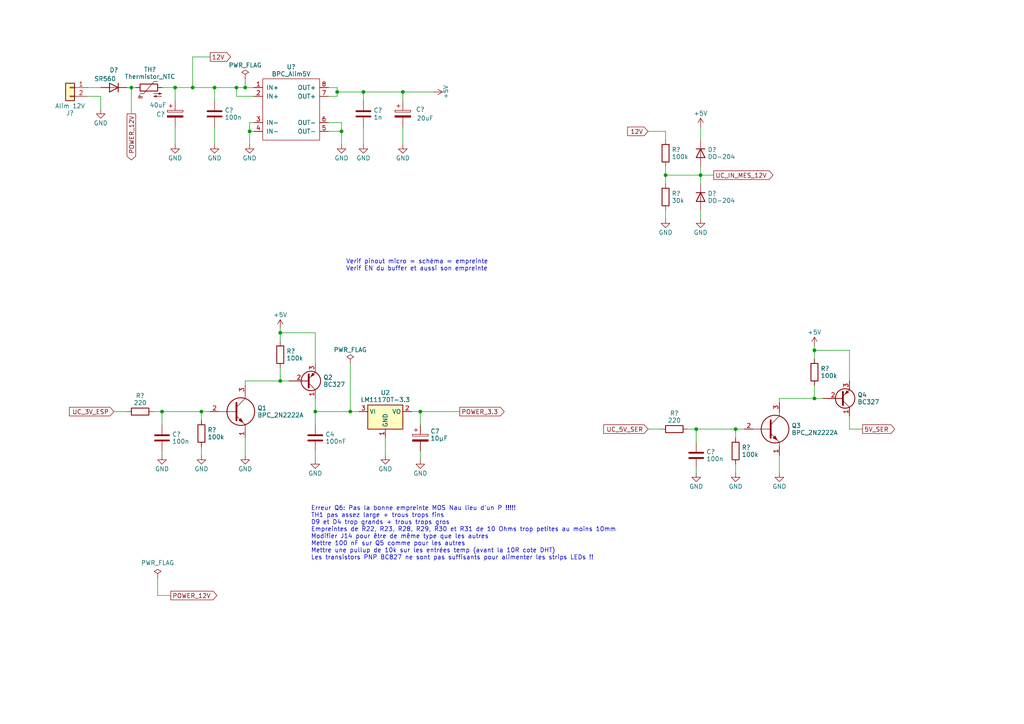
<source format=kicad_sch>
(kicad_sch (version 20230121) (generator eeschema)
  (paper "A4")
  (title_block (title "Cabane à Minou") (date "2024-11-27") (rev "Rev C0") (company "BPC") (comment 1 "2 capteurs de température / 4 entrées détecteur de mouvement") (comment 2 "Wifi / Luminosité / RTC / Bluetooth / Lcd") (comment 3 "4 sorties Strip LEDs (Avec Alim. 5V pilotable)") (comment 4 "Alimentation 12V / 1 sortie 12V commutable"))
  (lib_symbols
    (symbol "Connector_Generic:Conn_01x02" (pin_names (offset 1.016) hide)
      (property "Reference" "J" (at 0 2.54 0))
      (property "Value" "Conn_01x02" (at 0 -5.08 0))
      (symbol "Conn_01x02_1_1"
        (rectangle (start -1.27 -2.413) (end 0 -2.667) (stroke (width 0.1524)))
        (rectangle (start -1.27 0.127) (end 0 -0.127) (stroke (width 0.1524)))
        (rectangle (start -1.27 1.27) (end 1.27 -3.81) (stroke (width 0.254)) (fill (type background)))
        (pin passive line (at -5.08 0 0) (length 3.81) (name "Pin_1") (number "1"))
        (pin passive line (at -5.08 -2.54 0) (length 3.81) (name "Pin_2") (number "2"))
      )
    )
    (symbol "Device:C" (pin_numbers hide) (pin_names (offset 0.254))
      (property "Reference" "C" (at 0.635 2.54 0))
      (property "Value" "C" (at 0.635 -2.54 0))
      (symbol "C_0_1"
        (polyline (pts (xy -2.032 -0.762) (xy 2.032 -0.762)) (stroke (width 0.508)))
        (polyline (pts (xy -2.032 0.762) (xy 2.032 0.762)) (stroke (width 0.508)))
      )
      (symbol "C_1_1"
        (pin passive line (at 0 3.81 270) (length 2.794) (name "~") (number "1"))
        (pin passive line (at 0 -3.81 90) (length 2.794) (name "~") (number "2"))
      )
    )
    (symbol "Device:C_Polarized" (pin_numbers hide) (pin_names (offset 0.254))
      (property "Reference" "C" (at 0.635 2.54 0))
      (property "Value" "C_Polarized" (at 0.635 -2.54 0))
      (symbol "C_Polarized_0_1"
        (rectangle (start -2.286 0.508) (end 2.286 1.016))
        (polyline (pts (xy -1.778 2.286) (xy -0.762 2.286)))
        (polyline (pts (xy -1.27 2.794) (xy -1.27 1.778)))
        (rectangle (start 2.286 -0.508) (end -2.286 -1.016) (fill (type outline)))
      )
      (symbol "C_Polarized_1_1"
        (pin passive line (at 0 3.81 270) (length 2.794) (name "~") (number "1"))
        (pin passive line (at 0 -3.81 90) (length 2.794) (name "~") (number "2"))
      )
    )
    (symbol "Device:D" (pin_numbers hide) (pin_names (offset 1.016) hide)
      (property "Reference" "D" (at 0 2.54 0))
      (property "Value" "D" (at 0 -2.54 0))
      (symbol "D_0_1"
        (polyline (pts (xy -1.27 1.27) (xy -1.27 -1.27)) (stroke (width 0.254)))
        (polyline (pts (xy 1.27 0) (xy -1.27 0)))
        (polyline (pts (xy 1.27 1.27) (xy 1.27 -1.27) (xy -1.27 0) (xy 1.27 1.27)) (stroke (width 0.254)))
      )
      (symbol "D_1_1"
        (pin passive line (at -3.81 0 0) (length 2.54) (name "K") (number "1"))
        (pin passive line (at 3.81 0 180) (length 2.54) (name "A") (number "2"))
      )
    )
    (symbol "Device:R" (pin_numbers hide) (pin_names (offset 0))
      (property "Reference" "R" (at 2.032 0 90))
      (property "Value" "R" (at 0 0 90))
      (symbol "R_0_1"
        (rectangle (start -1.016 -2.54) (end 1.016 2.54) (stroke (width 0.254)))
      )
      (symbol "R_1_1"
        (pin passive line (at 0 3.81 270) (length 1.27) (name "~") (number "1"))
        (pin passive line (at 0 -3.81 90) (length 1.27) (name "~") (number "2"))
      )
    )
    (symbol "Device:Thermistor_NTC" (pin_numbers hide) (pin_names (offset 0))
      (property "Reference" "TH" (at -4.445 0 90))
      (property "Value" "Thermistor_NTC" (at 3.175 0 90))
      (symbol "Thermistor_NTC_0_1"
        (arc (start -3.048 2.159) (mid -3.0495 2.3143) (end -3.175 2.413))
        (arc (start -3.048 2.159) (mid -2.9736 1.9794) (end -2.794 1.905))
        (arc (start -3.048 2.794) (mid -2.9736 2.6144) (end -2.794 2.54))
        (arc (start -2.794 1.905) (mid -2.6144 1.9794) (end -2.54 2.159))
        (arc (start -2.794 2.54) (mid -2.4393 2.5587) (end -2.159 2.794))
        (arc (start -2.794 3.048) (mid -2.9736 2.9736) (end -3.048 2.794))
        (arc (start -2.54 2.794) (mid -2.6144 2.9736) (end -2.794 3.048))
        (rectangle (start -1.016 2.54) (end 1.016 -2.54) (stroke (width 0.254)))
        (polyline (pts (xy -2.54 2.159) (xy -2.54 2.794)))
        (polyline (pts (xy -1.778 2.54) (xy -1.778 1.524) (xy 1.778 -1.524) (xy 1.778 -2.54)))
        (polyline (pts (xy -2.54 -3.683) (xy -2.54 -1.397) (xy -2.794 -2.159) (xy -2.286 -2.159) (xy -2.54 -1.397) (xy -2.54 -1.651)) (fill (type outline)))
        (polyline (pts (xy -1.778 -1.397) (xy -1.778 -3.683) (xy -2.032 -2.921) (xy -1.524 -2.921) (xy -1.778 -3.683) (xy -1.778 -3.429)) (fill (type outline)))
      )
      (symbol "Thermistor_NTC_1_1"
        (pin passive line (at 0 3.81 270) (length 1.27) (name "~") (number "1"))
        (pin passive line (at 0 -3.81 90) (length 1.27) (name "~") (number "2"))
      )
    )
    (symbol "Regulator_Linear:LM1117DT-3.3"
      (property "Reference" "U" (at -3.81 3.175 0))
      (property "Value" "LM1117DT-3.3" (at 0 3.175 0))
      (symbol "LM1117DT-3.3_0_1"
        (rectangle (start -5.08 -5.08) (end 5.08 1.905) (stroke (width 0.254)) (fill (type background)))
      )
      (symbol "LM1117DT-3.3_1_1"
        (pin power_in line (at 0 -7.62 90) (length 2.54) (name "GND") (number "1"))
        (pin power_out line (at 7.62 0 180) (length 2.54) (name "VO") (number "2"))
        (pin power_in line (at -7.62 0 0) (length 2.54) (name "VI") (number "3"))
      )
    )
    (symbol "Transistor_BJT:BC327" (pin_names (offset 0) hide)
      (property "Reference" "Q" (at 5.08 1.905 0))
      (property "Value" "BC327" (at 5.08 0 0))
      (symbol "BC327_0_1"
        (polyline (pts (xy 0.635 0.635) (xy 2.54 2.54)))
        (polyline (pts (xy 0.635 -0.635) (xy 2.54 -2.54) (xy 2.54 -2.54)))
        (polyline (pts (xy 0.635 1.905) (xy 0.635 -1.905) (xy 0.635 -1.905)) (stroke (width 0.508)))
        (polyline (pts (xy 2.286 -1.778) (xy 1.778 -2.286) (xy 1.27 -1.27) (xy 2.286 -1.778) (xy 2.286 -1.778)) (fill (type outline)))
        (circle (center 1.27 0) (radius 2.8194) (stroke (width 0.254)))
      )
      (symbol "BC327_1_1"
        (pin passive line (at 2.54 5.08 270) (length 2.54) (name "C") (number "1"))
        (pin input line (at -5.08 0 0) (length 5.715) (name "B") (number "2"))
        (pin passive line (at 2.54 -5.08 90) (length 2.54) (name "E") (number "3"))
      )
    )
    (symbol "bpc:BPC_2N2222A" (pin_names (offset 0.762))
      (property "Reference" "Q" (at 13.97 1.27 0))
      (property "Value" "BPC_2N2222A" (at 13.97 -1.27 0))
      (symbol "BPC_2N2222A_0_0"
        (pin passive line (at 10.16 -7.62 90) (length 2.54) (name "~") (number "1"))
        (pin passive line (at 0 0 0) (length 2.54) (name "~") (number "2"))
        (pin passive line (at 10.16 7.62 270) (length 2.54) (name "~") (number "3"))
      )
      (symbol "BPC_2N2222A_0_1"
        (polyline (pts (xy 2.54 0) (xy 7.62 0)) (stroke (width 0.1524)))
        (polyline (pts (xy 7.62 -1.27) (xy 10.16 -3.81)) (stroke (width 0.1524)))
        (polyline (pts (xy 7.62 1.27) (xy 10.16 3.81)) (stroke (width 0.1524)))
        (polyline (pts (xy 7.62 2.54) (xy 7.62 -2.54)) (stroke (width 0.508)))
        (polyline (pts (xy 10.16 -3.81) (xy 10.16 -5.08)) (stroke (width 0.1524)))
        (polyline (pts (xy 10.16 3.81) (xy 10.16 5.08)) (stroke (width 0.1524)))
        (polyline (pts (xy 8.382 -2.54) (xy 8.89 -2.032) (xy 9.398 -3.048) (xy 8.382 -2.54)) (stroke (width 0.254)) (fill (type outline)))
        (circle (center 8.89 0) (radius 4.0132) (stroke (width 0.254)))
      )
    )
    (symbol "bpc:BPC_Alim5V" (pin_names (offset 1.016))
      (property "Reference" "U" (at 6.35 6.35 0))
      (property "Value" "BPC_Alim5V" (at 11.43 3.81 0))
      (symbol "BPC_Alim5V_0_1"
        (rectangle (start 0 2.54) (end 16.51 -15.24))
      )
      (symbol "BPC_Alim5V_1_1"
        (pin power_in line (at -2.54 0 0) (length 2.54) (name "IN+") (number "1"))
        (pin power_in line (at -2.54 -2.54 0) (length 2.54) (name "IN+") (number "2"))
        (pin power_in line (at -2.54 -10.16 0) (length 2.54) (name "IN-") (number "3"))
        (pin power_in line (at -2.54 -12.7 0) (length 2.54) (name "IN-") (number "4"))
        (pin power_out line (at 19.05 -12.7 180) (length 2.54) (name "OUT-") (number "5"))
        (pin passive line (at 19.05 -10.16 180) (length 2.54) (name "OUT-") (number "6"))
        (pin passive line (at 19.05 -2.54 180) (length 2.54) (name "OUT+") (number "7"))
        (pin power_out line (at 19.05 0 180) (length 2.54) (name "OUT+") (number "8"))
      )
    )
    (symbol "power:+5V" (power) (pin_names (offset 0))
      (property "Value" "+5V" (at 0 3.556 0))
      (symbol "+5V_0_1"
        (polyline (pts (xy -0.762 1.27) (xy 0 2.54)))
        (polyline (pts (xy 0 0) (xy 0 2.54)))
        (polyline (pts (xy 0 2.54) (xy 0.762 1.27)))
      )
      (symbol "+5V_1_1"
        (pin power_in line (at 0 0 90) (length 0) hide (name "+5V") (number "1"))
      )
    )
    (symbol "power:GND" (power) (pin_names (offset 0))
      (property "Value" "GND" (at 0 -3.81 0))
      (symbol "GND_0_1"
        (polyline (pts (xy 0 0) (xy 0 -1.27) (xy 1.27 -1.27) (xy 0 -2.54) (xy -1.27 -1.27) (xy 0 -1.27)))
      )
      (symbol "GND_1_1"
        (pin power_in line (at 0 0 270) (length 0) hide (name "GND") (number "1"))
      )
    )
    (symbol "power:PWR_FLAG" (power) (pin_numbers hide) (pin_names (offset 0) hide)
      (property "Value" "PWR_FLAG" (at 0 3.81 0))
      (symbol "PWR_FLAG_0_0"
        (pin power_out line (at 0 0 90) (length 0) (name "pwr") (number "1"))
      )
      (symbol "PWR_FLAG_0_1"
        (polyline (pts (xy 0 0) (xy 0 1.27) (xy -1.016 1.905) (xy 0 2.54) (xy 1.016 1.905) (xy 0 1.27)))
      )
    )
  )
  (junction (at 193.04 50.8))
  (junction (at 236.22 115.57))
  (junction (at 236.22 101.6))
  (junction (at 81.28 96.52))
  (junction (at 101.6 119.38))
  (junction (at 55.88 25.4))
  (junction (at 91.44 119.38))
  (junction (at 38.1 25.4))
  (junction (at 72.39 38.1))
  (junction (at 81.28 110.49))
  (junction (at 116.84 26.67))
  (junction (at 99.06 38.1))
  (junction (at 213.36 124.46))
  (junction (at 50.8 25.4))
  (junction (at 71.12 25.4))
  (junction (at 62.23 25.4))
  (junction (at 58.42 119.38))
  (junction (at 203.2 50.8))
  (junction (at 121.92 119.38))
  (junction (at 46.99 119.38))
  (junction (at 105.41 26.67))
  (junction (at 201.93 124.46))
  (junction (at 68.58 25.4))
  (junction (at 97.79 26.67))
  (wire (pts (xy 105.41 36.83) (xy 105.41 41.91)))
  (wire (pts (xy 97.79 25.4) (xy 97.79 26.67)))
  (wire (pts (xy 58.42 119.38) (xy 58.42 121.92)))
  (wire (pts (xy 45.72 167.64) (xy 45.72 172.72)))
  (wire (pts (xy 213.36 134.62) (xy 213.36 137.16)))
  (wire (pts (xy 68.58 25.4) (xy 71.12 25.4)))
  (wire (pts (xy 55.88 25.4) (xy 62.23 25.4)))
  (wire (pts (xy 213.36 124.46) (xy 215.9 124.46)))
  (wire (pts (xy 55.88 16.51) (xy 55.88 25.4)))
  (wire (pts (xy 95.25 25.4) (xy 97.79 25.4)))
  (wire (pts (xy 71.12 111.76) (xy 71.12 110.49)))
  (wire (pts (xy 25.4 27.94) (xy 29.21 27.94)))
  (wire (pts (xy 46.99 25.4) (xy 50.8 25.4)))
  (wire (pts (xy 246.38 101.6) (xy 246.38 110.49)))
  (wire (pts (xy 250.19 124.46) (xy 246.38 124.46)))
  (wire (pts (xy 46.99 130.81) (xy 46.99 132.08)))
  (wire (pts (xy 91.44 119.38) (xy 91.44 115.57)))
  (wire (pts (xy 25.4 25.4) (xy 29.21 25.4)))
  (wire (pts (xy 50.8 25.4) (xy 50.8 29.21)))
  (wire (pts (xy 71.12 127) (xy 71.12 132.08)))
  (wire (pts (xy 38.1 25.4) (xy 39.37 25.4)))
  (wire (pts (xy 203.2 36.83) (xy 203.2 40.64)))
  (wire (pts (xy 62.23 36.83) (xy 62.23 41.91)))
  (wire (pts (xy 58.42 119.38) (xy 60.96 119.38)))
  (wire (pts (xy 71.12 110.49) (xy 81.28 110.49)))
  (wire (pts (xy 60.96 16.51) (xy 55.88 16.51)))
  (wire (pts (xy 38.1 25.4) (xy 38.1 33.02)))
  (wire (pts (xy 226.06 115.57) (xy 236.22 115.57)))
  (wire (pts (xy 119.38 119.38) (xy 121.92 119.38)))
  (wire (pts (xy 81.28 95.25) (xy 81.28 96.52)))
  (wire (pts (xy 99.06 35.56) (xy 95.25 35.56)))
  (wire (pts (xy 236.22 101.6) (xy 246.38 101.6)))
  (wire (pts (xy 68.58 27.94) (xy 68.58 25.4)))
  (wire (pts (xy 111.76 127) (xy 111.76 132.08)))
  (wire (pts (xy 83.82 110.49) (xy 81.28 110.49)))
  (wire (pts (xy 72.39 35.56) (xy 72.39 38.1)))
  (wire (pts (xy 226.06 116.84) (xy 226.06 115.57)))
  (wire (pts (xy 201.93 124.46) (xy 213.36 124.46)))
  (wire (pts (xy 201.93 124.46) (xy 201.93 128.27)))
  (wire (pts (xy 203.2 60.96) (xy 203.2 63.5)))
  (wire (pts (xy 199.39 124.46) (xy 201.93 124.46)))
  (wire (pts (xy 193.04 48.26) (xy 193.04 50.8)))
  (wire (pts (xy 213.36 124.46) (xy 213.36 127)))
  (wire (pts (xy 193.04 38.1) (xy 193.04 40.64)))
  (wire (pts (xy 72.39 38.1) (xy 72.39 41.91)))
  (wire (pts (xy 193.04 60.96) (xy 193.04 63.5)))
  (wire (pts (xy 81.28 110.49) (xy 81.28 106.68)))
  (wire (pts (xy 46.99 119.38) (xy 58.42 119.38)))
  (wire (pts (xy 44.45 119.38) (xy 46.99 119.38)))
  (wire (pts (xy 121.92 119.38) (xy 133.35 119.38)))
  (wire (pts (xy 203.2 48.26) (xy 203.2 50.8)))
  (wire (pts (xy 36.83 25.4) (xy 38.1 25.4)))
  (wire (pts (xy 121.92 130.81) (xy 121.92 133.35)))
  (wire (pts (xy 203.2 50.8) (xy 207.01 50.8)))
  (wire (pts (xy 71.12 22.86) (xy 71.12 25.4)))
  (wire (pts (xy 226.06 132.08) (xy 226.06 137.16)))
  (wire (pts (xy 236.22 115.57) (xy 236.22 111.76)))
  (wire (pts (xy 91.44 96.52) (xy 91.44 105.41)))
  (wire (pts (xy 99.06 41.91) (xy 99.06 38.1)))
  (wire (pts (xy 46.99 119.38) (xy 46.99 123.19)))
  (wire (pts (xy 58.42 129.54) (xy 58.42 132.08)))
  (wire (pts (xy 71.12 25.4) (xy 73.66 25.4)))
  (wire (pts (xy 105.41 26.67) (xy 105.41 29.21)))
  (wire (pts (xy 121.92 119.38) (xy 121.92 123.19)))
  (wire (pts (xy 81.28 96.52) (xy 81.28 99.06)))
  (wire (pts (xy 97.79 26.67) (xy 105.41 26.67)))
  (wire (pts (xy 105.41 26.67) (xy 116.84 26.67)))
  (wire (pts (xy 91.44 119.38) (xy 91.44 123.19)))
  (wire (pts (xy 50.8 25.4) (xy 55.88 25.4)))
  (wire (pts (xy 101.6 105.41) (xy 101.6 119.38)))
  (wire (pts (xy 116.84 36.83) (xy 116.84 41.91)))
  (wire (pts (xy 45.72 172.72) (xy 49.53 172.72)))
  (wire (pts (xy 201.93 135.89) (xy 201.93 137.16)))
  (wire (pts (xy 81.28 96.52) (xy 91.44 96.52)))
  (wire (pts (xy 187.96 38.1) (xy 193.04 38.1)))
  (wire (pts (xy 95.25 38.1) (xy 99.06 38.1)))
  (wire (pts (xy 29.21 27.94) (xy 29.21 31.75)))
  (wire (pts (xy 97.79 27.94) (xy 95.25 27.94)))
  (wire (pts (xy 236.22 101.6) (xy 236.22 104.14)))
  (wire (pts (xy 62.23 25.4) (xy 62.23 29.21)))
  (wire (pts (xy 72.39 38.1) (xy 73.66 38.1)))
  (wire (pts (xy 73.66 35.56) (xy 72.39 35.56)))
  (wire (pts (xy 62.23 25.4) (xy 68.58 25.4)))
  (wire (pts (xy 99.06 38.1) (xy 99.06 35.56)))
  (wire (pts (xy 246.38 124.46) (xy 246.38 120.65)))
  (wire (pts (xy 203.2 50.8) (xy 203.2 53.34)))
  (wire (pts (xy 101.6 119.38) (xy 104.14 119.38)))
  (wire (pts (xy 238.76 115.57) (xy 236.22 115.57)))
  (wire (pts (xy 193.04 50.8) (xy 193.04 53.34)))
  (wire (pts (xy 97.79 26.67) (xy 97.79 27.94)))
  (wire (pts (xy 50.8 36.83) (xy 50.8 41.91)))
  (wire (pts (xy 116.84 26.67) (xy 125.73 26.67)))
  (wire (pts (xy 91.44 119.38) (xy 101.6 119.38)))
  (wire (pts (xy 73.66 27.94) (xy 68.58 27.94)))
  (wire (pts (xy 187.96 124.46) (xy 191.77 124.46)))
  (wire (pts (xy 33.02 119.38) (xy 36.83 119.38)))
  (wire (pts (xy 193.04 50.8) (xy 203.2 50.8)))
  (wire (pts (xy 236.22 100.33) (xy 236.22 101.6)))
  (wire (pts (xy 116.84 26.67) (xy 116.84 29.21)))
  (wire (pts (xy 91.44 130.81) (xy 91.44 133.35)))
  (text "Erreur Q6: Pas la bonne empreinte MOS Nau lieu d'un P !!!!!\nTH1 pas assez large + trous trops fins\nD9 et D4 trop grands + trous trops gros\nEmpreintes de R22, R23, R28, R29, R30 et R31 de 10 Ohms trop petites au moins 10mm \nModifier J14 pour être de même type que les autres\nMettre 100 nF sur Q5 comme pour les autres\nMettre une pullup de 10k sur les entrées temp (avant la 10R cote DHT)\nLes transistors PNP BC827 ne sont pas suffisants pour alimenter les strips LEDs !!\n" (at 90.17 162.56 0) (effects (font (size 1.27 1.27)) (justify left bottom)))
  (text "Verif pinout micro = schéma = empreinte\nVerif EN du buffer et aussi son empreinte" (at 100.33 78.74 0) (effects (font (size 1.27 1.27)) (justify left bottom)))
  (global_label "POWER_12V" (shape output) (at 38.1 33.02 270) (property "Intersheetrefs" "${INTERSHEET_REFS}" (effects hide)))
  (global_label "12V" (shape output) (at 60.96 16.51 0) (property "Intersheetrefs" "${INTERSHEET_REFS}" (effects hide)))
  (global_label "POWER_3.3" (shape output) (at 133.35 119.38 0) (property "Intersheetrefs" "${INTERSHEET_REFS}" (effects hide)))
  (global_label "12V" (shape input) (at 187.96 38.1 180) (property "Intersheetrefs" "${INTERSHEET_REFS}" (effects hide)))
  (global_label "POWER_12V" (shape output) (at 49.53 172.72 0) (property "Intersheetrefs" "${INTERSHEET_REFS}" (effects hide)))
  (global_label "5V_SER" (shape output) (at 250.19 124.46 0) (property "Intersheetrefs" "${INTERSHEET_REFS}" (effects hide)))
  (global_label "UC_IN_MES_12V" (shape output) (at 207.01 50.8 0) (property "Intersheetrefs" "${INTERSHEET_REFS}" (effects hide)))
  (global_label "UC_3V_ESP" (shape input) (at 33.02 119.38 180) (property "Intersheetrefs" "${INTERSHEET_REFS}" (effects hide)))
  (global_label "UC_5V_SER" (shape input) (at 187.96 124.46 180) (property "Intersheetrefs" "${INTERSHEET_REFS}" (effects hide)))
  (symbol (lib_id "power:+5V") (at 125.73 26.67 270) (unit 1)
    (property "Reference" "#PWR?" (effects hide))
    (property "Value" "+5V" (at 129.286 26.67 0))
    (instances (project "cabane_minou" (path "" (reference "#PWR?") (unit 1)) (path "" (reference "#PWR?") (unit 1)) (path "" (reference "#PWR015") (unit 1))))
  )
  (symbol (lib_id "power:GND") (at 193.04 63.5 0) (unit 1)
    (property "Reference" "#PWR?" (effects hide))
    (property "Value" "GND" (at 193.04 67.445 0))
    (instances (project "cabane_minou" (path "" (reference "#PWR?") (unit 1)) (path "" (reference "#PWR?") (unit 1)) (path "" (reference "#PWR016") (unit 1))))
  )
  (symbol (lib_id "Device:C") (at 91.44 127 0) (unit 1)
    (property "Reference" "C4" (at 94.361 125.976 0) (effects (justify left)))
    (property "Value" "100nF" (at 94.361 128.024 0) (effects (justify left)))
    (property "Footprint" "Capacitor_THT:C_Disc_D5.0mm_W2.5mm_P2.50mm" (effects hide))
    (instances (project "cabane_minou" (path "" (reference "C4") (unit 1))) (project "board_rs485_master" (path "" (reference "C?") (unit 1))))
  )
  (symbol (lib_id "Device:C") (at 105.41 33.02 0) (unit 1)
    (property "Reference" "C?" (at 108.331 31.996 0) (effects (justify left)))
    (property "Value" "1n" (at 108.331 34.044 0) (effects (justify left)))
    (property "Footprint" "Capacitor_THT:C_Disc_D5.0mm_W2.5mm_P2.50mm" (effects hide))
    (instances (project "cabane_minou" (path "" (reference "C?") (unit 1)) (path "" (reference "C?") (unit 1)) (path "" (reference "C5") (unit 1))))
  )
  (symbol (lib_id "Transistor_BJT:BC327") (at 243.84 115.57 0) (mirror x) (unit 1)
    (property "Reference" "Q4" (at 248.6914 114.546 0) (effects (justify left)))
    (property "Value" "BC327" (at 248.6914 116.594 0) (effects (justify left)))
    (property "Footprint" "Package_TO_SOT_THT:TO-92_Inline" (effects hide))
    (property "Datasheet" "http://www.onsemi.com/pub_link/Collateral/BC327-D.PDF" (effects hide))
  )
  (symbol (lib_id "power:+5V") (at 236.22 100.33 0) (unit 1)
    (property "Reference" "#PWR?" (effects hide))
    (property "Value" "+5V" (at 236.22 96.385 0))
    (instances (project "cabane_minou" (path "" (reference "#PWR?") (unit 1)) (path "" (reference "#PWR?") (unit 1)) (path "" (reference "#PWR022") (unit 1))))
  )
  (symbol (lib_id "power:GND") (at 201.93 137.16 0) (unit 1)
    (property "Reference" "#PWR?" (effects hide))
    (property "Value" "GND" (at 201.93 141.105 0))
    (instances (project "cabane_minou" (path "" (reference "#PWR?") (unit 1)) (path "" (reference "#PWR?") (unit 1)) (path "" (reference "#PWR017") (unit 1))))
  )
  (symbol (lib_id "power:PWR_FLAG") (at 101.6 105.41 0) (unit 1)
    (property "Reference" "#FLG02" (effects hide))
    (property "Value" "PWR_FLAG" (at 101.6 101.465 0))
  )
  (symbol (lib_id "power:PWR_FLAG") (at 71.12 22.86 0) (unit 1)
    (property "Reference" "#FLG04" (effects hide))
    (property "Value" "PWR_FLAG" (at 71.12 18.915 0))
  )
  (symbol (lib_id "Device:R") (at 236.22 107.95 0) (unit 1)
    (property "Reference" "R?" (at 237.998 106.926 0) (effects (justify left)))
    (property "Value" "100k" (at 237.998 108.974 0) (effects (justify left)))
    (property "Footprint" "Resistor_THT:R_Axial_DIN0204_L3.6mm_D1.6mm_P7.62mm_Horizontal" (effects hide))
    (instances (project "cabane_minou" (path "" (reference "R?") (unit 1)) (path "" (reference "R?") (unit 1)) (path "" (reference "R8") (unit 1))))
  )
  (symbol (lib_id "Device:R") (at 195.58 124.46 90) (unit 1)
    (property "Reference" "R?" (at 195.58 119.864 90))
    (property "Value" "220" (at 195.58 121.912 90))
    (property "Footprint" "Resistor_THT:R_Axial_DIN0204_L3.6mm_D1.6mm_P7.62mm_Horizontal" (effects hide))
    (instances (project "cabane_minou" (path "" (reference "R?") (unit 1)) (path "" (reference "R?") (unit 1)) (path "" (reference "R6") (unit 1))))
  )
  (symbol (lib_id "Device:R") (at 58.42 125.73 0) (unit 1)
    (property "Reference" "R?" (at 60.198 124.706 0) (effects (justify left)))
    (property "Value" "100k" (at 60.198 126.754 0) (effects (justify left)))
    (property "Footprint" "Resistor_THT:R_Axial_DIN0204_L3.6mm_D1.6mm_P7.62mm_Horizontal" (effects hide))
    (instances (project "cabane_minou" (path "" (reference "R?") (unit 1)) (path "" (reference "R?") (unit 1)) (path "" (reference "R2") (unit 1)) (path "" (reference "R?") (unit 1))))
  )
  (symbol (lib_id "Device:R") (at 40.64 119.38 90) (unit 1)
    (property "Reference" "R?" (at 40.64 114.784 90))
    (property "Value" "220" (at 40.64 116.832 90))
    (property "Footprint" "Resistor_THT:R_Axial_DIN0204_L3.6mm_D1.6mm_P7.62mm_Horizontal" (effects hide))
    (instances (project "cabane_minou" (path "" (reference "R?") (unit 1)) (path "" (reference "R?") (unit 1)) (path "" (reference "R1") (unit 1)) (path "" (reference "R?") (unit 1))))
  )
  (symbol (lib_id "bpc:BPC_2N2222A") (at 215.9 124.46 0) (unit 1)
    (property "Reference" "Q3" (at 229.5652 123.436 0) (effects (justify left)))
    (property "Value" "BPC_2N2222A" (at 229.5652 125.484 0) (effects (justify left)))
    (property "Footprint" "Package_TO_SOT_THT:TO-92" (effects hide))
    (property "Datasheet" "https://www.arrow.com/en/products/2n2222a/microsemi" (effects hide))
    (property "Description" "Trans GP BJT NPN 50V 0.8A 3-Pin TO-18" (effects hide))
    (property "Manufacturer_Name" "Microsemi Corporation" (effects hide))
    (property "Manufacturer_Part_Number" "2N2222A" (effects hide))
    (property "Mouser Part Number" "494-2N2222A" (effects hide))
    (property "Mouser Price/Stock" "https://www.mouser.co.uk/ProductDetail/Microchip-Microsemi/2N2222A?qs=TXMzd3F6EylR6f6YErRW3Q%3D%3D" (effects hide))
    (property "Arrow Part Number" "2N2222A" (effects hide))
    (property "Arrow Price/Stock" "https://www.arrow.com/en/products/2n2222a/microsemi" (effects hide))
  )
  (symbol (lib_id "bpc:BPC_2N2222A") (at 60.96 119.38 0) (unit 1)
    (property "Reference" "Q1" (at 74.6252 118.356 0) (effects (justify left)))
    (property "Value" "BPC_2N2222A" (at 74.6252 120.404 0) (effects (justify left)))
    (property "Footprint" "Package_TO_SOT_THT:TO-92" (effects hide))
    (property "Datasheet" "https://www.arrow.com/en/products/2n2222a/microsemi" (effects hide))
    (property "Description" "Trans GP BJT NPN 50V 0.8A 3-Pin TO-18" (effects hide))
    (property "Manufacturer_Name" "Microsemi Corporation" (effects hide))
    (property "Manufacturer_Part_Number" "2N2222A" (effects hide))
    (property "Mouser Part Number" "494-2N2222A" (effects hide))
    (property "Mouser Price/Stock" "https://www.mouser.co.uk/ProductDetail/Microchip-Microsemi/2N2222A?qs=TXMzd3F6EylR6f6YErRW3Q%3D%3D" (effects hide))
    (property "Arrow Part Number" "2N2222A" (effects hide))
    (property "Arrow Price/Stock" "https://www.arrow.com/en/products/2n2222a/microsemi" (effects hide))
    (instances (project "cabane_minou" (path "" (reference "Q1") (unit 1)) (path "" (reference "Q?") (unit 1))))
  )
  (symbol (lib_id "Connector_Generic:Conn_01x02") (at 20.32 25.4 0) (mirror y) (unit 1)
    (property "Reference" "J?" (at 20.32 32.79 0))
    (property "Value" "Alim 12V" (at 20.32 30.742 0))
    (property "Footprint" "TerminalBlock_Phoenix:TerminalBlock_Phoenix_MKDS-1,5-2-5.08_1x02_P5.08mm_Horizontal" (effects hide))
    (instances (project "cabane_minou" (path "" (reference "J?") (unit 1)) (path "" (reference "J?") (unit 1)) (path "" (reference "J1") (unit 1))))
  )
  (symbol (lib_id "Device:C") (at 46.99 127 0) (unit 1)
    (property "Reference" "C?" (at 49.911 125.976 0) (effects (justify left)))
    (property "Value" "100n" (at 49.911 128.024 0) (effects (justify left)))
    (property "Footprint" "Capacitor_THT:C_Disc_D5.0mm_W2.5mm_P2.50mm" (effects hide))
    (instances (project "cabane_minou" (path "" (reference "C?") (unit 1)) (path "" (reference "C?") (unit 1)) (path "" (reference "C1") (unit 1)) (path "" (reference "C?") (unit 1))))
  )
  (symbol (lib_id "Transistor_BJT:BC327") (at 88.9 110.49 0) (mirror x) (unit 1)
    (property "Reference" "Q2" (at 93.7514 109.466 0) (effects (justify left)))
    (property "Value" "BC327" (at 93.7514 111.514 0) (effects (justify left)))
    (property "Footprint" "Package_TO_SOT_THT:TO-92_Inline" (effects hide))
    (property "Datasheet" "http://www.onsemi.com/pub_link/Collateral/BC327-D.PDF" (effects hide))
    (instances (project "cabane_minou" (path "" (reference "Q2") (unit 1)) (path "" (reference "Q?") (unit 1))))
  )
  (symbol (lib_id "Device:C") (at 201.93 132.08 0) (unit 1)
    (property "Reference" "C?" (at 204.851 131.056 0) (effects (justify left)))
    (property "Value" "100n" (at 204.851 133.104 0) (effects (justify left)))
    (property "Footprint" "Capacitor_THT:C_Disc_D5.0mm_W2.5mm_P2.50mm" (effects hide))
    (instances (project "cabane_minou" (path "" (reference "C?") (unit 1)) (path "" (reference "C?") (unit 1)) (path "" (reference "C8") (unit 1))))
  )
  (symbol (lib_id "power:GND") (at 50.8 41.91 0) (unit 1)
    (property "Reference" "#PWR?" (effects hide))
    (property "Value" "GND" (at 50.8 45.855 0))
    (instances (project "cabane_minou" (path "" (reference "#PWR?") (unit 1)) (path "" (reference "#PWR?") (unit 1)) (path "" (reference "#PWR03") (unit 1))))
  )
  (symbol (lib_id "power:GND") (at 105.41 41.91 0) (unit 1)
    (property "Reference" "#PWR?" (effects hide))
    (property "Value" "GND" (at 105.41 45.855 0))
    (instances (project "cabane_minou" (path "" (reference "#PWR?") (unit 1)) (path "" (reference "#PWR?") (unit 1)) (path "" (reference "#PWR011") (unit 1))))
  )
  (symbol (lib_id "power:GND") (at 99.06 41.91 0) (unit 1)
    (property "Reference" "#PWR?" (effects hide))
    (property "Value" "GND" (at 99.06 45.855 0))
    (instances (project "cabane_minou" (path "" (reference "#PWR?") (unit 1)) (path "" (reference "#PWR?") (unit 1)) (path "" (reference "#PWR010") (unit 1))))
  )
  (symbol (lib_id "Device:C_Polarized") (at 50.8 33.02 0) (unit 1)
    (property "Reference" "C?" (at 47.879 33.155 0) (effects (justify right)))
    (property "Value" "40uF" (at 48.26 30.48 0) (effects (justify right)))
    (property "Footprint" "Capacitor_THT:CP_Radial_D8.0mm_P3.80mm" (effects hide))
    (instances (project "cabane_minou" (path "" (reference "C?") (unit 1)) (path "" (reference "C?") (unit 1)) (path "" (reference "C2") (unit 1))))
  )
  (symbol (lib_id "Device:C") (at 62.23 33.02 0) (unit 1)
    (property "Reference" "C?" (at 65.151 31.996 0) (effects (justify left)))
    (property "Value" "100n" (at 65.151 34.044 0) (effects (justify left)))
    (property "Footprint" "Capacitor_THT:C_Disc_D5.0mm_W2.5mm_P2.50mm" (effects hide))
    (instances (project "cabane_minou" (path "" (reference "C?") (unit 1)) (path "" (reference "C?") (unit 1)) (path "" (reference "C3") (unit 1))))
  )
  (symbol (lib_id "power:GND") (at 121.92 133.35 0) (unit 1)
    (property "Reference" "#PWR?" (effects hide))
    (property "Value" "GND" (at 121.92 137.295 0))
    (instances (project "cabane_minou" (path "" (reference "#PWR?") (unit 1)) (path "" (reference "#PWR?") (unit 1)) (path "" (reference "#PWR014") (unit 1)) (path "" (reference "#PWR?") (unit 1))))
  )
  (symbol (lib_id "Device:R") (at 193.04 44.45 0) (unit 1)
    (property "Reference" "R?" (at 194.818 43.426 0) (effects (justify left)))
    (property "Value" "100k" (at 194.818 45.474 0) (effects (justify left)))
    (property "Footprint" "Resistor_THT:R_Axial_DIN0204_L3.6mm_D1.6mm_P7.62mm_Horizontal" (effects hide))
    (instances (project "cabane_minou" (path "" (reference "R?") (unit 1)) (path "" (reference "R?") (unit 1)) (path "" (reference "R4") (unit 1))))
  )
  (symbol (lib_id "power:GND") (at 71.12 132.08 0) (unit 1)
    (property "Reference" "#PWR?" (effects hide))
    (property "Value" "GND" (at 71.12 136.025 0))
    (instances (project "cabane_minou" (path "" (reference "#PWR?") (unit 1)) (path "" (reference "#PWR?") (unit 1)) (path "" (reference "#PWR06") (unit 1)) (path "" (reference "#PWR?") (unit 1))))
  )
  (symbol (lib_id "Device:R") (at 81.28 102.87 0) (unit 1)
    (property "Reference" "R?" (at 83.058 101.846 0) (effects (justify left)))
    (property "Value" "100k" (at 83.058 103.894 0) (effects (justify left)))
    (property "Footprint" "Resistor_THT:R_Axial_DIN0204_L3.6mm_D1.6mm_P7.62mm_Horizontal" (effects hide))
    (instances (project "cabane_minou" (path "" (reference "R?") (unit 1)) (path "" (reference "R?") (unit 1)) (path "" (reference "R3") (unit 1)) (path "" (reference "R?") (unit 1))))
  )
  (symbol (lib_id "power:GND") (at 62.23 41.91 0) (unit 1)
    (property "Reference" "#PWR?" (effects hide))
    (property "Value" "GND" (at 62.23 45.855 0))
    (instances (project "cabane_minou" (path "" (reference "#PWR?") (unit 1)) (path "" (reference "#PWR?") (unit 1)) (path "" (reference "#PWR05") (unit 1))))
  )
  (symbol (lib_id "power:+5V") (at 203.2 36.83 0) (unit 1)
    (property "Reference" "#PWR?" (effects hide))
    (property "Value" "+5V" (at 203.2 32.885 0))
    (instances (project "cabane_minou" (path "" (reference "#PWR?") (unit 1)) (path "" (reference "#PWR?") (unit 1)) (path "" (reference "#PWR018") (unit 1))))
  )
  (symbol (lib_id "Regulator_Linear:LM1117DT-3.3") (at 111.76 119.38 0) (unit 1)
    (property "Reference" "U2" (at 111.76 113.895 0))
    (property "Value" "LM1117DT-3.3" (at 111.76 115.943 0))
    (property "Footprint" "Package_TO_SOT_THT:TO-220-3_Vertical" (effects hide))
    (property "Datasheet" "http://www.ti.com/lit/ds/symlink/lm1117.pdf" (effects hide))
    (instances (project "cabane_minou" (path "" (reference "U2") (unit 1))) (project "board_rs485_master" (path "" (reference "U?") (unit 1))))
  )
  (symbol (lib_id "Device:R") (at 193.04 57.15 0) (unit 1)
    (property "Reference" "R?" (at 194.818 56.126 0) (effects (justify left)))
    (property "Value" "30k" (at 194.818 58.174 0) (effects (justify left)))
    (property "Footprint" "Resistor_THT:R_Axial_DIN0204_L3.6mm_D1.6mm_P7.62mm_Horizontal" (effects hide))
    (instances (project "cabane_minou" (path "" (reference "R?") (unit 1)) (path "" (reference "R?") (unit 1)) (path "" (reference "R5") (unit 1))))
  )
  (symbol (lib_id "bpc:BPC_Alim5V") (at 76.2 25.4 0) (unit 1)
    (property "Reference" "U?" (at 84.455 19.407 0))
    (property "Value" "BPC_Alim5V" (at 84.455 21.455 0))
    (property "Footprint" "bpc:BPC_Alim5V" (effects hide))
    (instances (project "cabane_minou" (path "" (reference "U?") (unit 1)) (path "" (reference "U?") (unit 1)) (path "" (reference "U1") (unit 1))))
  )
  (symbol (lib_id "power:GND") (at 58.42 132.08 0) (unit 1)
    (property "Reference" "#PWR?" (effects hide))
    (property "Value" "GND" (at 58.42 136.025 0))
    (instances (project "cabane_minou" (path "" (reference "#PWR?") (unit 1)) (path "" (reference "#PWR?") (unit 1)) (path "" (reference "#PWR04") (unit 1)) (path "" (reference "#PWR?") (unit 1))))
  )
  (symbol (lib_id "Device:Thermistor_NTC") (at 43.18 25.4 90) (unit 1)
    (property "Reference" "TH?" (at 43.4975 20.169 90))
    (property "Value" "Thermistor_NTC" (at 43.4975 22.217 90))
    (property "Footprint" "Resistor_THT:R_Axial_DIN0204_L3.6mm_D1.6mm_P7.62mm_Horizontal" (effects hide))
    (instances (project "cabane_minou" (path "" (reference "TH?") (unit 1)) (path "" (reference "TH?") (unit 1)) (path "" (reference "TH1") (unit 1))))
  )
  (symbol (lib_id "Device:C_Polarized") (at 116.84 33.02 0) (unit 1)
    (property "Reference" "C?" (at 123.19 31.75 0) (effects (justify right)))
    (property "Value" "20uF" (at 125.73 34.29 0) (effects (justify right)))
    (property "Footprint" "Capacitor_THT:CP_Radial_D8.0mm_P3.80mm" (effects hide))
    (instances (project "cabane_minou" (path "" (reference "C?") (unit 1)) (path "" (reference "C?") (unit 1)) (path "" (reference "C6") (unit 1))))
  )
  (symbol (lib_id "power:PWR_FLAG") (at 45.72 167.64 0) (unit 1)
    (property "Reference" "#FLG?" (effects hide))
    (property "Value" "PWR_FLAG" (at 45.72 163.2458 0))
    (instances (project "cabane_minou" (path "" (reference "#FLG?") (unit 1)) (path "" (reference "#FLG?") (unit 1)) (path "" (reference "#FLG01") (unit 1))))
  )
  (symbol (lib_id "power:+5V") (at 81.28 95.25 0) (unit 1)
    (property "Reference" "#PWR?" (effects hide))
    (property "Value" "+5V" (at 81.28 91.305 0))
    (instances (project "cabane_minou" (path "" (reference "#PWR?") (unit 1)) (path "" (reference "#PWR?") (unit 1)) (path "" (reference "#PWR08") (unit 1)) (path "" (reference "#PWR?") (unit 1))))
  )
  (symbol (lib_id "Device:R") (at 213.36 130.81 0) (unit 1)
    (property "Reference" "R?" (at 215.138 129.786 0) (effects (justify left)))
    (property "Value" "100k" (at 215.138 131.834 0) (effects (justify left)))
    (property "Footprint" "Resistor_THT:R_Axial_DIN0204_L3.6mm_D1.6mm_P7.62mm_Horizontal" (effects hide))
    (instances (project "cabane_minou" (path "" (reference "R?") (unit 1)) (path "" (reference "R?") (unit 1)) (path "" (reference "R7") (unit 1))))
  )
  (symbol (lib_id "power:GND") (at 29.21 31.75 0) (unit 1)
    (property "Reference" "#PWR?" (effects hide))
    (property "Value" "GND" (at 29.21 35.695 0))
    (instances (project "cabane_minou" (path "" (reference "#PWR?") (unit 1)) (path "" (reference "#PWR?") (unit 1)) (path "" (reference "#PWR01") (unit 1))))
  )
  (symbol (lib_id "power:GND") (at 203.2 63.5 0) (unit 1)
    (property "Reference" "#PWR?" (effects hide))
    (property "Value" "GND" (at 203.2 67.445 0))
    (instances (project "cabane_minou" (path "" (reference "#PWR?") (unit 1)) (path "" (reference "#PWR?") (unit 1)) (path "" (reference "#PWR019") (unit 1))))
  )
  (symbol (lib_id "Device:D") (at 33.02 25.4 180) (unit 1)
    (property "Reference" "D?" (at 33.02 20.32 0))
    (property "Value" "SR560" (at 30.48 22.86 0))
    (property "Footprint" "Diode_THT:D_DO-15_P12.70mm_Horizontal" (effects hide))
    (property "Sim.Device" "D" (effects hide))
    (property "Sim.Pins" "1=K 2=A" (effects hide))
    (instances (project "cabane_minou" (path "" (reference "D?") (unit 1)) (path "" (reference "D?") (unit 1)) (path "" (reference "D1") (unit 1))))
  )
  (symbol (lib_id "power:GND") (at 116.84 41.91 0) (unit 1)
    (property "Reference" "#PWR?" (effects hide))
    (property "Value" "GND" (at 116.84 45.855 0))
    (instances (project "cabane_minou" (path "" (reference "#PWR?") (unit 1)) (path "" (reference "#PWR?") (unit 1)) (path "" (reference "#PWR013") (unit 1))))
  )
  (symbol (lib_id "power:GND") (at 111.76 132.08 0) (unit 1)
    (property "Reference" "#PWR?" (effects hide))
    (property "Value" "GND" (at 111.76 136.025 0))
    (instances (project "cabane_minou" (path "" (reference "#PWR?") (unit 1)) (path "" (reference "#PWR?") (unit 1)) (path "" (reference "#PWR012") (unit 1)) (path "" (reference "#PWR?") (unit 1))))
  )
  (symbol (lib_id "power:GND") (at 226.06 137.16 0) (unit 1)
    (property "Reference" "#PWR?" (effects hide))
    (property "Value" "GND" (at 226.06 141.105 0))
    (instances (project "cabane_minou" (path "" (reference "#PWR?") (unit 1)) (path "" (reference "#PWR?") (unit 1)) (path "" (reference "#PWR021") (unit 1))))
  )
  (symbol (lib_id "Device:C_Polarized") (at 121.92 127 0) (unit 1)
    (property "Reference" "C7" (at 124.841 125.087 0) (effects (justify left)))
    (property "Value" "10µF" (at 124.841 127.135 0) (effects (justify left)))
    (property "Footprint" "Capacitor_THT:CP_Radial_D4.0mm_P2.00mm" (effects hide))
    (instances (project "cabane_minou" (path "" (reference "C7") (unit 1))) (project "board_rs485_master" (path "" (reference "C?") (unit 1)) (path "" (reference "C?") (unit 1))))
  )
  (symbol (lib_id "power:GND") (at 46.99 132.08 0) (unit 1)
    (property "Reference" "#PWR?" (effects hide))
    (property "Value" "GND" (at 46.99 136.025 0))
    (instances (project "cabane_minou" (path "" (reference "#PWR?") (unit 1)) (path "" (reference "#PWR?") (unit 1)) (path "" (reference "#PWR02") (unit 1)) (path "" (reference "#PWR?") (unit 1))))
  )
  (symbol (lib_id "power:GND") (at 213.36 137.16 0) (unit 1)
    (property "Reference" "#PWR?" (effects hide))
    (property "Value" "GND" (at 213.36 141.105 0))
    (instances (project "cabane_minou" (path "" (reference "#PWR?") (unit 1)) (path "" (reference "#PWR?") (unit 1)) (path "" (reference "#PWR020") (unit 1))))
  )
  (symbol (lib_id "power:GND") (at 91.44 133.35 0) (unit 1)
    (property "Reference" "#PWR?" (effects hide))
    (property "Value" "GND" (at 91.44 137.295 0))
    (instances (project "cabane_minou" (path "" (reference "#PWR?") (unit 1)) (path "" (reference "#PWR?") (unit 1)) (path "" (reference "#PWR09") (unit 1)) (path "" (reference "#PWR?") (unit 1))))
  )
  (symbol (lib_id "power:GND") (at 72.39 41.91 0) (unit 1)
    (property "Reference" "#PWR?" (effects hide))
    (property "Value" "GND" (at 72.39 45.855 0))
    (instances (project "cabane_minou" (path "" (reference "#PWR?") (unit 1)) (path "" (reference "#PWR?") (unit 1)) (path "" (reference "#PWR07") (unit 1))))
  )
  (symbol (lib_id "Device:D") (at 203.2 57.15 270) (unit 1)
    (property "Reference" "D?" (at 205.232 56.126 90) (effects (justify left)))
    (property "Value" "DO-204" (at 205.232 58.174 90) (effects (justify left)))
    (property "Footprint" "Diode_THT:D_A-405_P2.54mm_Vertical_AnodeUp" (effects hide))
    (property "Sim.Device" "D" (effects hide))
    (property "Sim.Pins" "1=K 2=A" (effects hide))
    (instances (project "cabane_minou" (path "" (reference "D?") (unit 1)) (path "" (reference "D?") (unit 1)) (path "" (reference "D3") (unit 1))))
  )
  (symbol (lib_id "Device:D") (at 203.2 44.45 270) (unit 1)
    (property "Reference" "D?" (at 205.232 43.426 90) (effects (justify left)))
    (property "Value" "DO-204" (at 205.232 45.474 90) (effects (justify left)))
    (property "Footprint" "Diode_THT:D_A-405_P2.54mm_Vertical_AnodeUp" (effects hide))
    (property "Sim.Device" "D" (effects hide))
    (property "Sim.Pins" "1=K 2=A" (effects hide))
    (instances (project "cabane_minou" (path "" (reference "D?") (unit 1)) (path "" (reference "D?") (unit 1)) (path "" (reference "D2") (unit 1))))
  )
)
</source>
